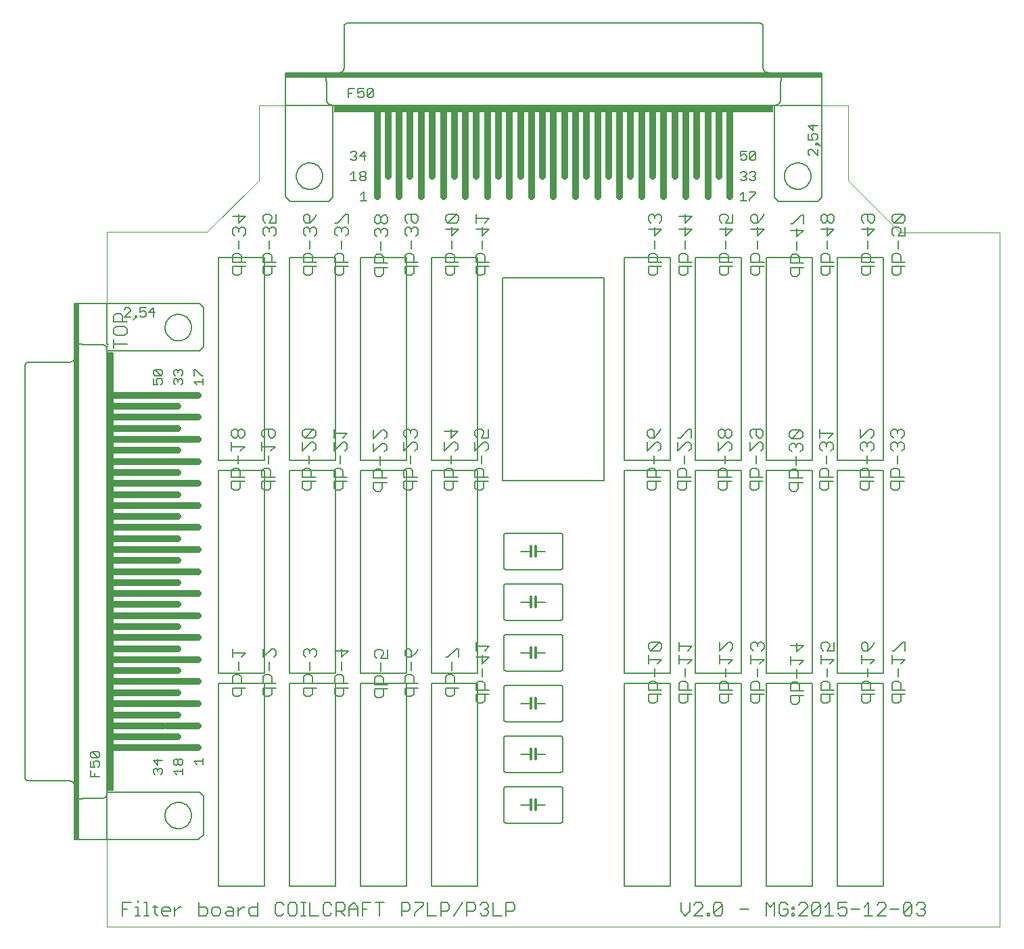
<source format=gto>
G75*
%MOIN*%
%OFA0B0*%
%FSLAX24Y24*%
%IPPOS*%
%LPD*%
%AMOC8*
5,1,8,0,0,1.08239X$1,22.5*
%
%ADD10C,0.0000*%
%ADD11C,0.0060*%
%ADD12C,0.0050*%
%ADD13C,0.0320*%
%ADD14R,2.6450X0.0200*%
%ADD15R,2.1550X0.0300*%
%ADD16R,0.0320X0.1300*%
%ADD17R,0.0320X0.2850*%
%ADD18R,0.0320X0.1850*%
%ADD19R,0.0200X2.6450*%
%ADD20R,0.0300X2.1550*%
%ADD21R,0.1300X0.0320*%
%ADD22R,0.2850X0.0320*%
%ADD23R,0.1850X0.0320*%
%ADD24C,0.0120*%
D10*
X004180Y003851D02*
X004180Y038101D01*
X009105Y038101D01*
X011655Y040651D01*
X011655Y044351D01*
X040705Y044351D01*
X040705Y040626D01*
X043255Y038076D01*
X048180Y038076D01*
X048180Y003851D01*
X004180Y003851D01*
X020980Y003851D02*
X025380Y003851D01*
X026480Y003851D02*
X030880Y003851D01*
D11*
X032460Y004594D02*
X032460Y005021D01*
X032460Y004594D02*
X032674Y004381D01*
X032887Y004594D01*
X032887Y005021D01*
X033105Y004914D02*
X033211Y005021D01*
X033425Y005021D01*
X033532Y004914D01*
X033532Y004808D01*
X033105Y004381D01*
X033532Y004381D01*
X033749Y004381D02*
X033856Y004381D01*
X033856Y004487D01*
X033749Y004487D01*
X033749Y004381D01*
X034071Y004487D02*
X034498Y004914D01*
X034498Y004487D01*
X034392Y004381D01*
X034178Y004381D01*
X034071Y004487D01*
X034071Y004914D01*
X034178Y005021D01*
X034392Y005021D01*
X034498Y004914D01*
X035360Y004701D02*
X035788Y004701D01*
X036650Y005021D02*
X036863Y004808D01*
X037077Y005021D01*
X037077Y004381D01*
X037294Y004487D02*
X037294Y004914D01*
X037401Y005021D01*
X037614Y005021D01*
X037721Y004914D01*
X037721Y004701D02*
X037508Y004701D01*
X037721Y004701D02*
X037721Y004487D01*
X037614Y004381D01*
X037401Y004381D01*
X037294Y004487D01*
X037939Y004487D02*
X037939Y004381D01*
X038045Y004381D01*
X038045Y004487D01*
X037939Y004487D01*
X037939Y004701D02*
X037939Y004808D01*
X038045Y004808D01*
X038045Y004701D01*
X037939Y004701D01*
X038261Y004914D02*
X038368Y005021D01*
X038581Y005021D01*
X038688Y004914D01*
X038688Y004808D01*
X038261Y004381D01*
X038688Y004381D01*
X038905Y004487D02*
X038905Y004914D01*
X039012Y005021D01*
X039226Y005021D01*
X039333Y004914D01*
X038905Y004487D01*
X039012Y004381D01*
X039226Y004381D01*
X039333Y004487D01*
X039333Y004914D01*
X039550Y004808D02*
X039764Y005021D01*
X039764Y004381D01*
X039977Y004381D02*
X039550Y004381D01*
X040195Y004487D02*
X040301Y004381D01*
X040515Y004381D01*
X040622Y004487D01*
X040622Y004701D01*
X040515Y004808D01*
X040408Y004808D01*
X040195Y004701D01*
X040195Y005021D01*
X040622Y005021D01*
X040839Y004701D02*
X041266Y004701D01*
X041484Y004808D02*
X041697Y005021D01*
X041697Y004381D01*
X041484Y004381D02*
X041911Y004381D01*
X042128Y004381D02*
X042555Y004808D01*
X042555Y004914D01*
X042449Y005021D01*
X042235Y005021D01*
X042128Y004914D01*
X042128Y004381D02*
X042555Y004381D01*
X042773Y004701D02*
X043200Y004701D01*
X043417Y004487D02*
X043417Y004914D01*
X043524Y005021D01*
X043738Y005021D01*
X043844Y004914D01*
X043417Y004487D01*
X043524Y004381D01*
X043738Y004381D01*
X043844Y004487D01*
X043844Y004914D01*
X044062Y004914D02*
X044169Y005021D01*
X044382Y005021D01*
X044489Y004914D01*
X044489Y004808D01*
X044382Y004701D01*
X044489Y004594D01*
X044489Y004487D01*
X044382Y004381D01*
X044169Y004381D01*
X044062Y004487D01*
X044275Y004701D02*
X044382Y004701D01*
X036650Y004381D02*
X036650Y005021D01*
X026630Y009051D02*
X026630Y010651D01*
X026628Y010668D01*
X026624Y010685D01*
X026617Y010701D01*
X026607Y010715D01*
X026594Y010728D01*
X026580Y010738D01*
X026564Y010745D01*
X026547Y010749D01*
X026530Y010751D01*
X023830Y010751D01*
X023813Y010749D01*
X023796Y010745D01*
X023780Y010738D01*
X023766Y010728D01*
X023753Y010715D01*
X023743Y010701D01*
X023736Y010685D01*
X023732Y010668D01*
X023730Y010651D01*
X023730Y009051D01*
X023732Y009034D01*
X023736Y009017D01*
X023743Y009001D01*
X023753Y008987D01*
X023766Y008974D01*
X023780Y008964D01*
X023796Y008957D01*
X023813Y008953D01*
X023830Y008951D01*
X026530Y008951D01*
X026547Y008953D01*
X026564Y008957D01*
X026580Y008964D01*
X026594Y008974D01*
X026607Y008987D01*
X026617Y009001D01*
X026624Y009017D01*
X026628Y009034D01*
X026630Y009051D01*
X025780Y009851D02*
X025310Y009851D01*
X025060Y009851D02*
X024580Y009851D01*
X023830Y011451D02*
X026530Y011451D01*
X026547Y011453D01*
X026564Y011457D01*
X026580Y011464D01*
X026594Y011474D01*
X026607Y011487D01*
X026617Y011501D01*
X026624Y011517D01*
X026628Y011534D01*
X026630Y011551D01*
X026630Y013151D01*
X026628Y013168D01*
X026624Y013185D01*
X026617Y013201D01*
X026607Y013215D01*
X026594Y013228D01*
X026580Y013238D01*
X026564Y013245D01*
X026547Y013249D01*
X026530Y013251D01*
X023830Y013251D01*
X023813Y013249D01*
X023796Y013245D01*
X023780Y013238D01*
X023766Y013228D01*
X023753Y013215D01*
X023743Y013201D01*
X023736Y013185D01*
X023732Y013168D01*
X023730Y013151D01*
X023730Y011551D01*
X023732Y011534D01*
X023736Y011517D01*
X023743Y011501D01*
X023753Y011487D01*
X023766Y011474D01*
X023780Y011464D01*
X023796Y011457D01*
X023813Y011453D01*
X023830Y011451D01*
X024580Y012351D02*
X025060Y012351D01*
X025310Y012351D02*
X025780Y012351D01*
X026530Y013951D02*
X023830Y013951D01*
X023813Y013953D01*
X023796Y013957D01*
X023780Y013964D01*
X023766Y013974D01*
X023753Y013987D01*
X023743Y014001D01*
X023736Y014017D01*
X023732Y014034D01*
X023730Y014051D01*
X023730Y015651D01*
X023732Y015668D01*
X023736Y015685D01*
X023743Y015701D01*
X023753Y015715D01*
X023766Y015728D01*
X023780Y015738D01*
X023796Y015745D01*
X023813Y015749D01*
X023830Y015751D01*
X026530Y015751D01*
X026547Y015749D01*
X026564Y015745D01*
X026580Y015738D01*
X026594Y015728D01*
X026607Y015715D01*
X026617Y015701D01*
X026624Y015685D01*
X026628Y015668D01*
X026630Y015651D01*
X026630Y014051D01*
X026628Y014034D01*
X026624Y014017D01*
X026617Y014001D01*
X026607Y013987D01*
X026594Y013974D01*
X026580Y013964D01*
X026564Y013957D01*
X026547Y013953D01*
X026530Y013951D01*
X025780Y014851D02*
X025310Y014851D01*
X025060Y014851D02*
X024580Y014851D01*
X023001Y015296D02*
X022360Y015296D01*
X022360Y014976D01*
X022467Y014869D01*
X022680Y014869D01*
X022787Y014976D01*
X022787Y015296D01*
X022787Y015514D02*
X022787Y015834D01*
X022680Y015941D01*
X022467Y015941D01*
X022360Y015834D01*
X022360Y015514D01*
X023001Y015514D01*
X022680Y016158D02*
X022680Y016585D01*
X022680Y016803D02*
X022680Y017230D01*
X022787Y017447D02*
X023001Y017661D01*
X022360Y017661D01*
X022360Y017874D02*
X022360Y017447D01*
X022360Y017123D02*
X023001Y017123D01*
X022680Y016803D01*
X023730Y016551D02*
X023730Y018151D01*
X023732Y018168D01*
X023736Y018185D01*
X023743Y018201D01*
X023753Y018215D01*
X023766Y018228D01*
X023780Y018238D01*
X023796Y018245D01*
X023813Y018249D01*
X023830Y018251D01*
X026530Y018251D01*
X026547Y018249D01*
X026564Y018245D01*
X026580Y018238D01*
X026594Y018228D01*
X026607Y018215D01*
X026617Y018201D01*
X026624Y018185D01*
X026628Y018168D01*
X026630Y018151D01*
X026630Y016551D01*
X026628Y016534D01*
X026624Y016517D01*
X026617Y016501D01*
X026607Y016487D01*
X026594Y016474D01*
X026580Y016464D01*
X026564Y016457D01*
X026547Y016453D01*
X026530Y016451D01*
X023830Y016451D01*
X023813Y016453D01*
X023796Y016457D01*
X023780Y016464D01*
X023766Y016474D01*
X023753Y016487D01*
X023743Y016501D01*
X023736Y016517D01*
X023732Y016534D01*
X023730Y016551D01*
X024580Y017351D02*
X025060Y017351D01*
X025310Y017351D02*
X025780Y017351D01*
X026530Y018951D02*
X023830Y018951D01*
X023813Y018953D01*
X023796Y018957D01*
X023780Y018964D01*
X023766Y018974D01*
X023753Y018987D01*
X023743Y019001D01*
X023736Y019017D01*
X023732Y019034D01*
X023730Y019051D01*
X023730Y020651D01*
X023732Y020668D01*
X023736Y020685D01*
X023743Y020701D01*
X023753Y020715D01*
X023766Y020728D01*
X023780Y020738D01*
X023796Y020745D01*
X023813Y020749D01*
X023830Y020751D01*
X026530Y020751D01*
X026547Y020749D01*
X026564Y020745D01*
X026580Y020738D01*
X026594Y020728D01*
X026607Y020715D01*
X026617Y020701D01*
X026624Y020685D01*
X026628Y020668D01*
X026630Y020651D01*
X026630Y019051D01*
X026628Y019034D01*
X026624Y019017D01*
X026617Y019001D01*
X026607Y018987D01*
X026594Y018974D01*
X026580Y018964D01*
X026564Y018957D01*
X026547Y018953D01*
X026530Y018951D01*
X025780Y019851D02*
X025310Y019851D01*
X025060Y019851D02*
X024580Y019851D01*
X023830Y021451D02*
X026530Y021451D01*
X026547Y021453D01*
X026564Y021457D01*
X026580Y021464D01*
X026594Y021474D01*
X026607Y021487D01*
X026617Y021501D01*
X026624Y021517D01*
X026628Y021534D01*
X026630Y021551D01*
X026630Y023151D01*
X026628Y023168D01*
X026624Y023185D01*
X026617Y023201D01*
X026607Y023215D01*
X026594Y023228D01*
X026580Y023238D01*
X026564Y023245D01*
X026547Y023249D01*
X026530Y023251D01*
X023830Y023251D01*
X023813Y023249D01*
X023796Y023245D01*
X023780Y023238D01*
X023766Y023228D01*
X023753Y023215D01*
X023743Y023201D01*
X023736Y023185D01*
X023732Y023168D01*
X023730Y023151D01*
X023730Y021551D01*
X023732Y021534D01*
X023736Y021517D01*
X023743Y021501D01*
X023753Y021487D01*
X023766Y021474D01*
X023780Y021464D01*
X023796Y021457D01*
X023813Y021453D01*
X023830Y021451D01*
X024580Y022351D02*
X025060Y022351D01*
X025310Y022351D02*
X025780Y022351D01*
X022737Y025476D02*
X022737Y025796D01*
X022951Y025796D02*
X022310Y025796D01*
X022310Y025476D01*
X022417Y025369D01*
X022630Y025369D01*
X022737Y025476D01*
X022737Y026014D02*
X022737Y026334D01*
X022630Y026441D01*
X022417Y026441D01*
X022310Y026334D01*
X022310Y026014D01*
X022951Y026014D01*
X022630Y026658D02*
X022630Y027085D01*
X022844Y027303D02*
X022951Y027410D01*
X022951Y027623D01*
X022844Y027730D01*
X022737Y027730D01*
X022310Y027303D01*
X022310Y027730D01*
X022417Y027947D02*
X022310Y028054D01*
X022310Y028268D01*
X022417Y028374D01*
X022630Y028374D01*
X022737Y028268D01*
X022737Y028161D01*
X022630Y027947D01*
X022951Y027947D01*
X022951Y028374D01*
X021451Y028268D02*
X021130Y027947D01*
X021130Y028374D01*
X020810Y028268D02*
X021451Y028268D01*
X021344Y027730D02*
X021451Y027623D01*
X021451Y027410D01*
X021344Y027303D01*
X021130Y027085D02*
X021130Y026658D01*
X021130Y026441D02*
X021237Y026334D01*
X021237Y026014D01*
X021451Y026014D02*
X020810Y026014D01*
X020810Y026334D01*
X020917Y026441D01*
X021130Y026441D01*
X021237Y025796D02*
X021237Y025476D01*
X021130Y025369D01*
X020917Y025369D01*
X020810Y025476D01*
X020810Y025796D01*
X021451Y025796D01*
X020810Y027303D02*
X021237Y027730D01*
X021344Y027730D01*
X020810Y027730D02*
X020810Y027303D01*
X019451Y027410D02*
X019344Y027303D01*
X019451Y027410D02*
X019451Y027623D01*
X019344Y027730D01*
X019237Y027730D01*
X018810Y027303D01*
X018810Y027730D01*
X018917Y027947D02*
X018810Y028054D01*
X018810Y028268D01*
X018917Y028374D01*
X019024Y028374D01*
X019130Y028268D01*
X019130Y028161D01*
X019130Y028268D02*
X019237Y028374D01*
X019344Y028374D01*
X019451Y028268D01*
X019451Y028054D01*
X019344Y027947D01*
X019130Y027085D02*
X019130Y026658D01*
X019130Y026441D02*
X019237Y026334D01*
X019237Y026014D01*
X019451Y026014D02*
X018810Y026014D01*
X018810Y026334D01*
X018917Y026441D01*
X019130Y026441D01*
X019237Y025796D02*
X019237Y025476D01*
X019130Y025369D01*
X018917Y025369D01*
X018810Y025476D01*
X018810Y025796D01*
X019451Y025796D01*
X017951Y025746D02*
X017310Y025746D01*
X017310Y025426D01*
X017417Y025319D01*
X017630Y025319D01*
X017737Y025426D01*
X017737Y025746D01*
X017737Y025964D02*
X017737Y026284D01*
X017630Y026391D01*
X017417Y026391D01*
X017310Y026284D01*
X017310Y025964D01*
X017951Y025964D01*
X017630Y026608D02*
X017630Y027035D01*
X017844Y027253D02*
X017951Y027360D01*
X017951Y027573D01*
X017844Y027680D01*
X017737Y027680D01*
X017310Y027253D01*
X017310Y027680D01*
X017310Y027897D02*
X017737Y028324D01*
X017844Y028324D01*
X017951Y028218D01*
X017951Y028004D01*
X017844Y027897D01*
X017310Y027897D02*
X017310Y028324D01*
X016001Y028161D02*
X015787Y027947D01*
X015787Y027730D02*
X015894Y027730D01*
X016001Y027623D01*
X016001Y027410D01*
X015894Y027303D01*
X015680Y027085D02*
X015680Y026658D01*
X015680Y026441D02*
X015787Y026334D01*
X015787Y026014D01*
X016001Y026014D02*
X015360Y026014D01*
X015360Y026334D01*
X015467Y026441D01*
X015680Y026441D01*
X015787Y025796D02*
X015787Y025476D01*
X015680Y025369D01*
X015467Y025369D01*
X015360Y025476D01*
X015360Y025796D01*
X016001Y025796D01*
X014451Y025796D02*
X013810Y025796D01*
X013810Y025476D01*
X013917Y025369D01*
X014130Y025369D01*
X014237Y025476D01*
X014237Y025796D01*
X014237Y026014D02*
X014237Y026334D01*
X014130Y026441D01*
X013917Y026441D01*
X013810Y026334D01*
X013810Y026014D01*
X014451Y026014D01*
X014130Y026658D02*
X014130Y027085D01*
X014344Y027303D02*
X014451Y027410D01*
X014451Y027623D01*
X014344Y027730D01*
X014237Y027730D01*
X013810Y027303D01*
X013810Y027730D01*
X013917Y027947D02*
X014344Y028374D01*
X013917Y028374D01*
X013810Y028268D01*
X013810Y028054D01*
X013917Y027947D01*
X014344Y027947D01*
X014451Y028054D01*
X014451Y028268D01*
X014344Y028374D01*
X015360Y028374D02*
X015360Y027947D01*
X015360Y028161D02*
X016001Y028161D01*
X015787Y027730D02*
X015360Y027303D01*
X015360Y027730D01*
X012451Y027516D02*
X011810Y027516D01*
X011810Y027303D02*
X011810Y027730D01*
X011917Y027947D02*
X011810Y028054D01*
X011810Y028268D01*
X011917Y028374D01*
X012344Y028374D01*
X012451Y028268D01*
X012451Y028054D01*
X012344Y027947D01*
X012237Y027947D01*
X012130Y028054D01*
X012130Y028374D01*
X012451Y027516D02*
X012237Y027303D01*
X012130Y027085D02*
X012130Y026658D01*
X012130Y026441D02*
X012237Y026334D01*
X012237Y026014D01*
X012451Y026014D02*
X011810Y026014D01*
X011810Y026334D01*
X011917Y026441D01*
X012130Y026441D01*
X012237Y025796D02*
X012237Y025476D01*
X012130Y025369D01*
X011917Y025369D01*
X011810Y025476D01*
X011810Y025796D01*
X012451Y025796D01*
X010951Y025796D02*
X010310Y025796D01*
X010310Y025476D01*
X010417Y025369D01*
X010630Y025369D01*
X010737Y025476D01*
X010737Y025796D01*
X010737Y026014D02*
X010737Y026334D01*
X010630Y026441D01*
X010417Y026441D01*
X010310Y026334D01*
X010310Y026014D01*
X010951Y026014D01*
X010630Y026658D02*
X010630Y027085D01*
X010737Y027303D02*
X010951Y027516D01*
X010310Y027516D01*
X010310Y027303D02*
X010310Y027730D01*
X010417Y027947D02*
X010524Y027947D01*
X010630Y028054D01*
X010630Y028268D01*
X010524Y028374D01*
X010417Y028374D01*
X010310Y028268D01*
X010310Y028054D01*
X010417Y027947D01*
X010630Y028054D02*
X010737Y027947D01*
X010844Y027947D01*
X010951Y028054D01*
X010951Y028268D01*
X010844Y028374D01*
X010737Y028374D01*
X010630Y028268D01*
X008730Y032231D02*
X008930Y032431D01*
X008930Y034381D01*
X008730Y034581D01*
X004230Y034581D01*
X004180Y034581D01*
X004180Y032581D01*
X004230Y032581D01*
X004509Y032577D02*
X005150Y032577D01*
X005043Y033008D02*
X004616Y033008D01*
X004509Y033115D01*
X004509Y033329D01*
X004616Y033435D01*
X005043Y033435D01*
X005150Y033329D01*
X005150Y033115D01*
X005043Y033008D01*
X004509Y032791D02*
X004509Y032364D01*
X004480Y032131D02*
X004180Y032131D01*
X004180Y032231D01*
X008730Y032231D01*
X007030Y033381D02*
X007032Y033431D01*
X007038Y033481D01*
X007048Y033531D01*
X007061Y033579D01*
X007078Y033627D01*
X007099Y033673D01*
X007123Y033717D01*
X007151Y033759D01*
X007182Y033799D01*
X007216Y033836D01*
X007253Y033871D01*
X007292Y033902D01*
X007333Y033931D01*
X007377Y033956D01*
X007423Y033978D01*
X007470Y033996D01*
X007518Y034010D01*
X007567Y034021D01*
X007617Y034028D01*
X007667Y034031D01*
X007718Y034030D01*
X007768Y034025D01*
X007818Y034016D01*
X007866Y034004D01*
X007914Y033987D01*
X007960Y033967D01*
X008005Y033944D01*
X008048Y033917D01*
X008088Y033887D01*
X008126Y033854D01*
X008161Y033818D01*
X008194Y033779D01*
X008223Y033738D01*
X008249Y033695D01*
X008272Y033650D01*
X008291Y033603D01*
X008306Y033555D01*
X008318Y033506D01*
X008326Y033456D01*
X008330Y033406D01*
X008330Y033356D01*
X008326Y033306D01*
X008318Y033256D01*
X008306Y033207D01*
X008291Y033159D01*
X008272Y033112D01*
X008249Y033067D01*
X008223Y033024D01*
X008194Y032983D01*
X008161Y032944D01*
X008126Y032908D01*
X008088Y032875D01*
X008048Y032845D01*
X008005Y032818D01*
X007960Y032795D01*
X007914Y032775D01*
X007866Y032758D01*
X007818Y032746D01*
X007768Y032737D01*
X007718Y032732D01*
X007667Y032731D01*
X007617Y032734D01*
X007567Y032741D01*
X007518Y032752D01*
X007470Y032766D01*
X007423Y032784D01*
X007377Y032806D01*
X007333Y032831D01*
X007292Y032860D01*
X007253Y032891D01*
X007216Y032926D01*
X007182Y032963D01*
X007151Y033003D01*
X007123Y033045D01*
X007099Y033089D01*
X007078Y033135D01*
X007061Y033183D01*
X007048Y033231D01*
X007038Y033281D01*
X007032Y033331D01*
X007030Y033381D01*
X005150Y033653D02*
X004509Y033653D01*
X004509Y033973D01*
X004616Y034080D01*
X004830Y034080D01*
X004936Y033973D01*
X004936Y033653D01*
X004180Y034581D02*
X002980Y034581D01*
X002780Y034581D01*
X002780Y033581D01*
X002780Y032581D01*
X002980Y032581D01*
X002980Y032531D01*
X003930Y032531D01*
X003960Y032529D01*
X003990Y032524D01*
X004019Y032515D01*
X004046Y032502D01*
X004072Y032487D01*
X004096Y032468D01*
X004117Y032447D01*
X004136Y032423D01*
X004151Y032397D01*
X004164Y032370D01*
X004173Y032341D01*
X004178Y032311D01*
X004180Y032281D01*
X004180Y032131D02*
X004180Y010571D01*
X004480Y010571D01*
X004480Y032131D01*
X002780Y032581D02*
X002780Y010121D01*
X002980Y010121D01*
X002980Y010171D01*
X003930Y010171D01*
X003960Y010173D01*
X003990Y010178D01*
X004019Y010187D01*
X004046Y010200D01*
X004072Y010215D01*
X004096Y010234D01*
X004117Y010255D01*
X004136Y010279D01*
X004151Y010305D01*
X004164Y010332D01*
X004173Y010361D01*
X004178Y010391D01*
X004180Y010421D01*
X004180Y010471D02*
X008730Y010471D01*
X008930Y010271D01*
X008930Y008371D01*
X008680Y008121D01*
X004230Y008121D01*
X004180Y008121D01*
X002980Y008121D01*
X002780Y008121D01*
X002780Y009121D01*
X002780Y010121D01*
X002580Y010771D02*
X002578Y010801D01*
X002573Y010831D01*
X002564Y010860D01*
X002551Y010887D01*
X002536Y010913D01*
X002517Y010937D01*
X002496Y010958D01*
X002472Y010977D01*
X002446Y010992D01*
X002419Y011005D01*
X002390Y011014D01*
X002360Y011019D01*
X002330Y011021D01*
X000330Y011021D01*
X000304Y011023D01*
X000278Y011028D01*
X000253Y011036D01*
X000230Y011048D01*
X000208Y011062D01*
X000189Y011080D01*
X000171Y011099D01*
X000157Y011121D01*
X000145Y011144D01*
X000137Y011169D01*
X000132Y011195D01*
X000130Y011221D01*
X000130Y011321D01*
X000130Y031381D01*
X000130Y031481D01*
X000132Y031507D01*
X000137Y031533D01*
X000145Y031558D01*
X000157Y031581D01*
X000171Y031603D01*
X000189Y031622D01*
X000208Y031640D01*
X000230Y031654D01*
X000253Y031666D01*
X000278Y031674D01*
X000304Y031679D01*
X000330Y031681D01*
X002330Y031681D01*
X002360Y031683D01*
X002390Y031688D01*
X002419Y031697D01*
X002446Y031710D01*
X002472Y031725D01*
X002496Y031744D01*
X002517Y031765D01*
X002536Y031789D01*
X002551Y031815D01*
X002564Y031842D01*
X002573Y031871D01*
X002578Y031901D01*
X002580Y031931D01*
X002580Y031531D02*
X002580Y034581D01*
X002780Y034581D01*
X002580Y031531D02*
X002580Y011171D01*
X002580Y008121D01*
X002780Y008121D01*
X004180Y008121D02*
X004180Y010121D01*
X004180Y010471D01*
X004180Y010571D01*
X007030Y009321D02*
X007032Y009371D01*
X007038Y009421D01*
X007048Y009471D01*
X007061Y009519D01*
X007078Y009567D01*
X007099Y009613D01*
X007123Y009657D01*
X007151Y009699D01*
X007182Y009739D01*
X007216Y009776D01*
X007253Y009811D01*
X007292Y009842D01*
X007333Y009871D01*
X007377Y009896D01*
X007423Y009918D01*
X007470Y009936D01*
X007518Y009950D01*
X007567Y009961D01*
X007617Y009968D01*
X007667Y009971D01*
X007718Y009970D01*
X007768Y009965D01*
X007818Y009956D01*
X007866Y009944D01*
X007914Y009927D01*
X007960Y009907D01*
X008005Y009884D01*
X008048Y009857D01*
X008088Y009827D01*
X008126Y009794D01*
X008161Y009758D01*
X008194Y009719D01*
X008223Y009678D01*
X008249Y009635D01*
X008272Y009590D01*
X008291Y009543D01*
X008306Y009495D01*
X008318Y009446D01*
X008326Y009396D01*
X008330Y009346D01*
X008330Y009296D01*
X008326Y009246D01*
X008318Y009196D01*
X008306Y009147D01*
X008291Y009099D01*
X008272Y009052D01*
X008249Y009007D01*
X008223Y008964D01*
X008194Y008923D01*
X008161Y008884D01*
X008126Y008848D01*
X008088Y008815D01*
X008048Y008785D01*
X008005Y008758D01*
X007960Y008735D01*
X007914Y008715D01*
X007866Y008698D01*
X007818Y008686D01*
X007768Y008677D01*
X007718Y008672D01*
X007667Y008671D01*
X007617Y008674D01*
X007567Y008681D01*
X007518Y008692D01*
X007470Y008706D01*
X007423Y008724D01*
X007377Y008746D01*
X007333Y008771D01*
X007292Y008800D01*
X007253Y008831D01*
X007216Y008866D01*
X007182Y008903D01*
X007151Y008943D01*
X007123Y008985D01*
X007099Y009029D01*
X007078Y009075D01*
X007061Y009123D01*
X007048Y009171D01*
X007038Y009221D01*
X007032Y009271D01*
X007030Y009321D01*
X006116Y005021D02*
X006116Y004381D01*
X006009Y004381D02*
X006223Y004381D01*
X006546Y004487D02*
X006546Y004914D01*
X006652Y004808D02*
X006439Y004808D01*
X006546Y004487D02*
X006652Y004381D01*
X006869Y004487D02*
X006869Y004701D01*
X006975Y004808D01*
X007189Y004808D01*
X007296Y004701D01*
X007296Y004594D01*
X006869Y004594D01*
X006869Y004487D02*
X006975Y004381D01*
X007189Y004381D01*
X007513Y004381D02*
X007513Y004808D01*
X007727Y004808D02*
X007833Y004808D01*
X007727Y004808D02*
X007513Y004594D01*
X008695Y004381D02*
X009015Y004381D01*
X009122Y004487D01*
X009122Y004701D01*
X009015Y004808D01*
X008695Y004808D01*
X008695Y005021D02*
X008695Y004381D01*
X009339Y004487D02*
X009446Y004381D01*
X009660Y004381D01*
X009766Y004487D01*
X009766Y004701D01*
X009660Y004808D01*
X009446Y004808D01*
X009339Y004701D01*
X009339Y004487D01*
X009984Y004487D02*
X010091Y004594D01*
X010411Y004594D01*
X010411Y004701D02*
X010411Y004381D01*
X010091Y004381D01*
X009984Y004487D01*
X010091Y004808D02*
X010304Y004808D01*
X010411Y004701D01*
X010629Y004808D02*
X010629Y004381D01*
X010629Y004594D02*
X010842Y004808D01*
X010949Y004808D01*
X011166Y004701D02*
X011272Y004808D01*
X011593Y004808D01*
X011593Y005021D02*
X011593Y004381D01*
X011272Y004381D01*
X011166Y004487D01*
X011166Y004701D01*
X012455Y004914D02*
X012455Y004487D01*
X012562Y004381D01*
X012775Y004381D01*
X012882Y004487D01*
X013099Y004487D02*
X013099Y004914D01*
X013206Y005021D01*
X013420Y005021D01*
X013526Y004914D01*
X013526Y004487D01*
X013420Y004381D01*
X013206Y004381D01*
X013099Y004487D01*
X012882Y004914D02*
X012775Y005021D01*
X012562Y005021D01*
X012455Y004914D01*
X013744Y005021D02*
X013957Y005021D01*
X013851Y005021D02*
X013851Y004381D01*
X013957Y004381D02*
X013744Y004381D01*
X014174Y004381D02*
X014174Y005021D01*
X014174Y004381D02*
X014601Y004381D01*
X014818Y004487D02*
X014818Y004914D01*
X014925Y005021D01*
X015138Y005021D01*
X015245Y004914D01*
X015463Y005021D02*
X015783Y005021D01*
X015890Y004914D01*
X015890Y004701D01*
X015783Y004594D01*
X015463Y004594D01*
X015676Y004594D02*
X015890Y004381D01*
X016107Y004381D02*
X016107Y004808D01*
X016321Y005021D01*
X016534Y004808D01*
X016534Y004381D01*
X016752Y004381D02*
X016752Y005021D01*
X017179Y005021D01*
X017396Y005021D02*
X017823Y005021D01*
X017610Y005021D02*
X017610Y004381D01*
X016965Y004701D02*
X016752Y004701D01*
X016534Y004701D02*
X016107Y004701D01*
X015463Y004381D02*
X015463Y005021D01*
X015245Y004487D02*
X015138Y004381D01*
X014925Y004381D01*
X014818Y004487D01*
X018685Y004381D02*
X018685Y005021D01*
X019006Y005021D01*
X019112Y004914D01*
X019112Y004701D01*
X019006Y004594D01*
X018685Y004594D01*
X019330Y004487D02*
X019330Y004381D01*
X019330Y004487D02*
X019757Y004914D01*
X019757Y005021D01*
X019330Y005021D01*
X019974Y005021D02*
X019974Y004381D01*
X020402Y004381D01*
X020619Y004381D02*
X020619Y005021D01*
X020939Y005021D01*
X021046Y004914D01*
X021046Y004701D01*
X020939Y004594D01*
X020619Y004594D01*
X021264Y004381D02*
X021691Y005021D01*
X021908Y005021D02*
X022228Y005021D01*
X022335Y004914D01*
X022335Y004701D01*
X022228Y004594D01*
X021908Y004594D01*
X021908Y004381D02*
X021908Y005021D01*
X022553Y004914D02*
X022659Y005021D01*
X022873Y005021D01*
X022980Y004914D01*
X022980Y004808D01*
X022873Y004701D01*
X022980Y004594D01*
X022980Y004487D01*
X022873Y004381D01*
X022659Y004381D01*
X022553Y004487D01*
X022766Y004701D02*
X022873Y004701D01*
X023197Y005021D02*
X023197Y004381D01*
X023624Y004381D01*
X023842Y004381D02*
X023842Y005021D01*
X024162Y005021D01*
X024269Y004914D01*
X024269Y004701D01*
X024162Y004594D01*
X023842Y004594D01*
X030967Y014869D02*
X030860Y014976D01*
X030860Y015296D01*
X031501Y015296D01*
X031287Y015296D02*
X031287Y014976D01*
X031180Y014869D01*
X030967Y014869D01*
X030860Y015514D02*
X030860Y015834D01*
X030967Y015941D01*
X031180Y015941D01*
X031287Y015834D01*
X031287Y015514D01*
X031501Y015514D02*
X030860Y015514D01*
X031180Y016158D02*
X031180Y016585D01*
X031287Y016803D02*
X031501Y017016D01*
X030860Y017016D01*
X030860Y016803D02*
X030860Y017230D01*
X030967Y017447D02*
X030860Y017554D01*
X030860Y017768D01*
X030967Y017874D01*
X031394Y017874D01*
X030967Y017447D01*
X031394Y017447D01*
X031501Y017554D01*
X031501Y017768D01*
X031394Y017874D01*
X032360Y017874D02*
X032360Y017447D01*
X032360Y017661D02*
X033001Y017661D01*
X032787Y017447D01*
X032360Y017230D02*
X032360Y016803D01*
X032360Y017016D02*
X033001Y017016D01*
X032787Y016803D01*
X032680Y016585D02*
X032680Y016158D01*
X032680Y015941D02*
X032787Y015834D01*
X032787Y015514D01*
X033001Y015514D02*
X032360Y015514D01*
X032360Y015834D01*
X032467Y015941D01*
X032680Y015941D01*
X032787Y015296D02*
X032787Y014976D01*
X032680Y014869D01*
X032467Y014869D01*
X032360Y014976D01*
X032360Y015296D01*
X033001Y015296D01*
X034360Y015296D02*
X034360Y014976D01*
X034467Y014869D01*
X034680Y014869D01*
X034787Y014976D01*
X034787Y015296D01*
X035001Y015296D02*
X034360Y015296D01*
X034360Y015514D02*
X034360Y015834D01*
X034467Y015941D01*
X034680Y015941D01*
X034787Y015834D01*
X034787Y015514D01*
X035001Y015514D02*
X034360Y015514D01*
X034680Y016158D02*
X034680Y016585D01*
X034787Y016803D02*
X035001Y017016D01*
X034360Y017016D01*
X034360Y016803D02*
X034360Y017230D01*
X034360Y017447D02*
X034787Y017874D01*
X034894Y017874D01*
X035001Y017768D01*
X035001Y017554D01*
X034894Y017447D01*
X034360Y017447D02*
X034360Y017874D01*
X035910Y017768D02*
X035910Y017554D01*
X036017Y017447D01*
X035910Y017230D02*
X035910Y016803D01*
X035910Y017016D02*
X036551Y017016D01*
X036337Y016803D01*
X036230Y016585D02*
X036230Y016158D01*
X036230Y015941D02*
X036017Y015941D01*
X035910Y015834D01*
X035910Y015514D01*
X036551Y015514D01*
X036337Y015514D02*
X036337Y015834D01*
X036230Y015941D01*
X036337Y015296D02*
X036337Y014976D01*
X036230Y014869D01*
X036017Y014869D01*
X035910Y014976D01*
X035910Y015296D01*
X036551Y015296D01*
X037860Y015246D02*
X037860Y014926D01*
X037967Y014819D01*
X038180Y014819D01*
X038287Y014926D01*
X038287Y015246D01*
X038501Y015246D02*
X037860Y015246D01*
X037860Y015464D02*
X037860Y015784D01*
X037967Y015891D01*
X038180Y015891D01*
X038287Y015784D01*
X038287Y015464D01*
X038501Y015464D02*
X037860Y015464D01*
X038180Y016108D02*
X038180Y016535D01*
X038287Y016753D02*
X038501Y016966D01*
X037860Y016966D01*
X037860Y016753D02*
X037860Y017180D01*
X038180Y017397D02*
X038180Y017824D01*
X037860Y017718D02*
X038501Y017718D01*
X038180Y017397D01*
X039360Y017554D02*
X039467Y017447D01*
X039360Y017554D02*
X039360Y017768D01*
X039467Y017874D01*
X039680Y017874D01*
X039787Y017768D01*
X039787Y017661D01*
X039680Y017447D01*
X040001Y017447D01*
X040001Y017874D01*
X040001Y017016D02*
X039360Y017016D01*
X039360Y016803D02*
X039360Y017230D01*
X039787Y016803D02*
X040001Y017016D01*
X039680Y016585D02*
X039680Y016158D01*
X039680Y015941D02*
X039787Y015834D01*
X039787Y015514D01*
X040001Y015514D02*
X039360Y015514D01*
X039360Y015834D01*
X039467Y015941D01*
X039680Y015941D01*
X039787Y015296D02*
X039787Y014976D01*
X039680Y014869D01*
X039467Y014869D01*
X039360Y014976D01*
X039360Y015296D01*
X040001Y015296D01*
X041360Y015296D02*
X041360Y014976D01*
X041467Y014869D01*
X041680Y014869D01*
X041787Y014976D01*
X041787Y015296D01*
X042001Y015296D02*
X041360Y015296D01*
X041360Y015514D02*
X041360Y015834D01*
X041467Y015941D01*
X041680Y015941D01*
X041787Y015834D01*
X041787Y015514D01*
X042001Y015514D02*
X041360Y015514D01*
X041680Y016158D02*
X041680Y016585D01*
X041787Y016803D02*
X042001Y017016D01*
X041360Y017016D01*
X041360Y016803D02*
X041360Y017230D01*
X041467Y017447D02*
X041360Y017554D01*
X041360Y017768D01*
X041467Y017874D01*
X041574Y017874D01*
X041680Y017768D01*
X041680Y017447D01*
X041467Y017447D01*
X041680Y017447D02*
X041894Y017661D01*
X042001Y017874D01*
X042860Y017447D02*
X042967Y017447D01*
X043394Y017874D01*
X043501Y017874D01*
X043501Y017447D01*
X043501Y017016D02*
X042860Y017016D01*
X042860Y016803D02*
X042860Y017230D01*
X043287Y016803D02*
X043501Y017016D01*
X043180Y016585D02*
X043180Y016158D01*
X043180Y015941D02*
X043287Y015834D01*
X043287Y015514D01*
X043501Y015514D02*
X042860Y015514D01*
X042860Y015834D01*
X042967Y015941D01*
X043180Y015941D01*
X043287Y015296D02*
X043287Y014976D01*
X043180Y014869D01*
X042967Y014869D01*
X042860Y014976D01*
X042860Y015296D01*
X043501Y015296D01*
X036551Y017554D02*
X036444Y017447D01*
X036551Y017554D02*
X036551Y017768D01*
X036444Y017874D01*
X036337Y017874D01*
X036230Y017768D01*
X036124Y017874D01*
X036017Y017874D01*
X035910Y017768D01*
X036230Y017768D02*
X036230Y017661D01*
X036180Y025369D02*
X035967Y025369D01*
X035860Y025476D01*
X035860Y025796D01*
X036501Y025796D01*
X036287Y025796D02*
X036287Y025476D01*
X036180Y025369D01*
X036287Y026014D02*
X036287Y026334D01*
X036180Y026441D01*
X035967Y026441D01*
X035860Y026334D01*
X035860Y026014D01*
X036501Y026014D01*
X036180Y026658D02*
X036180Y027085D01*
X036394Y027303D02*
X036501Y027410D01*
X036501Y027623D01*
X036394Y027730D01*
X036287Y027730D01*
X035860Y027303D01*
X035860Y027730D01*
X035967Y027947D02*
X035860Y028054D01*
X035860Y028268D01*
X035967Y028374D01*
X036394Y028374D01*
X036501Y028268D01*
X036501Y028054D01*
X036394Y027947D01*
X036287Y027947D01*
X036180Y028054D01*
X036180Y028374D01*
X034951Y028268D02*
X034951Y028054D01*
X034844Y027947D01*
X034737Y027947D01*
X034630Y028054D01*
X034630Y028268D01*
X034524Y028374D01*
X034417Y028374D01*
X034310Y028268D01*
X034310Y028054D01*
X034417Y027947D01*
X034524Y027947D01*
X034630Y028054D01*
X034630Y028268D02*
X034737Y028374D01*
X034844Y028374D01*
X034951Y028268D01*
X034844Y027730D02*
X034951Y027623D01*
X034951Y027410D01*
X034844Y027303D01*
X034630Y027085D02*
X034630Y026658D01*
X034630Y026441D02*
X034737Y026334D01*
X034737Y026014D01*
X034951Y026014D02*
X034310Y026014D01*
X034310Y026334D01*
X034417Y026441D01*
X034630Y026441D01*
X034737Y025796D02*
X034737Y025476D01*
X034630Y025369D01*
X034417Y025369D01*
X034310Y025476D01*
X034310Y025796D01*
X034951Y025796D01*
X034310Y027303D02*
X034737Y027730D01*
X034844Y027730D01*
X034310Y027730D02*
X034310Y027303D01*
X032951Y027410D02*
X032844Y027303D01*
X032951Y027410D02*
X032951Y027623D01*
X032844Y027730D01*
X032737Y027730D01*
X032310Y027303D01*
X032310Y027730D01*
X032310Y027947D02*
X032417Y027947D01*
X032844Y028374D01*
X032951Y028374D01*
X032951Y027947D01*
X032630Y027085D02*
X032630Y026658D01*
X032630Y026441D02*
X032737Y026334D01*
X032737Y026014D01*
X032951Y026014D02*
X032310Y026014D01*
X032310Y026334D01*
X032417Y026441D01*
X032630Y026441D01*
X032737Y025796D02*
X032737Y025476D01*
X032630Y025369D01*
X032417Y025369D01*
X032310Y025476D01*
X032310Y025796D01*
X032951Y025796D01*
X031451Y025796D02*
X030810Y025796D01*
X030810Y025476D01*
X030917Y025369D01*
X031130Y025369D01*
X031237Y025476D01*
X031237Y025796D01*
X031237Y026014D02*
X031237Y026334D01*
X031130Y026441D01*
X030917Y026441D01*
X030810Y026334D01*
X030810Y026014D01*
X031451Y026014D01*
X031130Y026658D02*
X031130Y027085D01*
X031344Y027303D02*
X031451Y027410D01*
X031451Y027623D01*
X031344Y027730D01*
X031237Y027730D01*
X030810Y027303D01*
X030810Y027730D01*
X030917Y027947D02*
X030810Y028054D01*
X030810Y028268D01*
X030917Y028374D01*
X031024Y028374D01*
X031130Y028268D01*
X031130Y027947D01*
X030917Y027947D01*
X031130Y027947D02*
X031344Y028161D01*
X031451Y028374D01*
X037810Y028218D02*
X037810Y028004D01*
X037917Y027897D01*
X038344Y028324D01*
X037917Y028324D01*
X037810Y028218D01*
X037917Y027897D02*
X038344Y027897D01*
X038451Y028004D01*
X038451Y028218D01*
X038344Y028324D01*
X038344Y027680D02*
X038237Y027680D01*
X038130Y027573D01*
X038024Y027680D01*
X037917Y027680D01*
X037810Y027573D01*
X037810Y027360D01*
X037917Y027253D01*
X038130Y027466D02*
X038130Y027573D01*
X038344Y027680D02*
X038451Y027573D01*
X038451Y027360D01*
X038344Y027253D01*
X038130Y027035D02*
X038130Y026608D01*
X038130Y026391D02*
X038237Y026284D01*
X038237Y025964D01*
X038451Y025964D02*
X037810Y025964D01*
X037810Y026284D01*
X037917Y026391D01*
X038130Y026391D01*
X038237Y025746D02*
X038237Y025426D01*
X038130Y025319D01*
X037917Y025319D01*
X037810Y025426D01*
X037810Y025746D01*
X038451Y025746D01*
X039310Y025796D02*
X039310Y025476D01*
X039417Y025369D01*
X039630Y025369D01*
X039737Y025476D01*
X039737Y025796D01*
X039951Y025796D02*
X039310Y025796D01*
X039310Y026014D02*
X039310Y026334D01*
X039417Y026441D01*
X039630Y026441D01*
X039737Y026334D01*
X039737Y026014D01*
X039951Y026014D02*
X039310Y026014D01*
X039630Y026658D02*
X039630Y027085D01*
X039417Y027303D02*
X039310Y027410D01*
X039310Y027623D01*
X039417Y027730D01*
X039524Y027730D01*
X039630Y027623D01*
X039630Y027516D01*
X039630Y027623D02*
X039737Y027730D01*
X039844Y027730D01*
X039951Y027623D01*
X039951Y027410D01*
X039844Y027303D01*
X039737Y027947D02*
X039951Y028161D01*
X039310Y028161D01*
X039310Y028374D02*
X039310Y027947D01*
X041310Y027947D02*
X041737Y028374D01*
X041844Y028374D01*
X041951Y028268D01*
X041951Y028054D01*
X041844Y027947D01*
X041844Y027730D02*
X041737Y027730D01*
X041630Y027623D01*
X041524Y027730D01*
X041417Y027730D01*
X041310Y027623D01*
X041310Y027410D01*
X041417Y027303D01*
X041630Y027516D02*
X041630Y027623D01*
X041844Y027730D02*
X041951Y027623D01*
X041951Y027410D01*
X041844Y027303D01*
X041630Y027085D02*
X041630Y026658D01*
X041630Y026441D02*
X041737Y026334D01*
X041737Y026014D01*
X041951Y026014D02*
X041310Y026014D01*
X041310Y026334D01*
X041417Y026441D01*
X041630Y026441D01*
X041737Y025796D02*
X041737Y025476D01*
X041630Y025369D01*
X041417Y025369D01*
X041310Y025476D01*
X041310Y025796D01*
X041951Y025796D01*
X042810Y025796D02*
X042810Y025476D01*
X042917Y025369D01*
X043130Y025369D01*
X043237Y025476D01*
X043237Y025796D01*
X043451Y025796D02*
X042810Y025796D01*
X042810Y026014D02*
X042810Y026334D01*
X042917Y026441D01*
X043130Y026441D01*
X043237Y026334D01*
X043237Y026014D01*
X043451Y026014D02*
X042810Y026014D01*
X043130Y026658D02*
X043130Y027085D01*
X042917Y027303D02*
X042810Y027410D01*
X042810Y027623D01*
X042917Y027730D01*
X043024Y027730D01*
X043130Y027623D01*
X043130Y027516D01*
X043130Y027623D02*
X043237Y027730D01*
X043344Y027730D01*
X043451Y027623D01*
X043451Y027410D01*
X043344Y027303D01*
X043344Y027947D02*
X043451Y028054D01*
X043451Y028268D01*
X043344Y028374D01*
X043237Y028374D01*
X043130Y028268D01*
X043024Y028374D01*
X042917Y028374D01*
X042810Y028268D01*
X042810Y028054D01*
X042917Y027947D01*
X043130Y028161D02*
X043130Y028268D01*
X041310Y028374D02*
X041310Y027947D01*
X041467Y035969D02*
X041360Y036076D01*
X041360Y036396D01*
X042001Y036396D01*
X041787Y036396D02*
X041787Y036076D01*
X041680Y035969D01*
X041467Y035969D01*
X041360Y036614D02*
X041360Y036934D01*
X041467Y037041D01*
X041680Y037041D01*
X041787Y036934D01*
X041787Y036614D01*
X042001Y036614D02*
X041360Y036614D01*
X041680Y037258D02*
X041680Y037685D01*
X041680Y037903D02*
X041680Y038330D01*
X041787Y038547D02*
X041680Y038654D01*
X041680Y038974D01*
X041467Y038974D02*
X041894Y038974D01*
X042001Y038868D01*
X042001Y038654D01*
X041894Y038547D01*
X041787Y038547D01*
X041467Y038547D02*
X041360Y038654D01*
X041360Y038868D01*
X041467Y038974D01*
X041360Y038223D02*
X042001Y038223D01*
X041680Y037903D01*
X042860Y038010D02*
X042967Y037903D01*
X042860Y038010D02*
X042860Y038223D01*
X042967Y038330D01*
X043180Y038330D01*
X043287Y038223D01*
X043287Y038116D01*
X043180Y037903D01*
X043501Y037903D01*
X043501Y038330D01*
X043394Y038547D02*
X043501Y038654D01*
X043501Y038868D01*
X043394Y038974D01*
X042967Y038547D01*
X042860Y038654D01*
X042860Y038868D01*
X042967Y038974D01*
X043394Y038974D01*
X043394Y038547D02*
X042967Y038547D01*
X043180Y037685D02*
X043180Y037258D01*
X043180Y037041D02*
X043287Y036934D01*
X043287Y036614D01*
X043501Y036614D02*
X042860Y036614D01*
X042860Y036934D01*
X042967Y037041D01*
X043180Y037041D01*
X043287Y036396D02*
X043287Y036076D01*
X043180Y035969D01*
X042967Y035969D01*
X042860Y036076D01*
X042860Y036396D01*
X043501Y036396D01*
X040001Y036396D02*
X039360Y036396D01*
X039360Y036076D01*
X039467Y035969D01*
X039680Y035969D01*
X039787Y036076D01*
X039787Y036396D01*
X039787Y036614D02*
X039787Y036934D01*
X039680Y037041D01*
X039467Y037041D01*
X039360Y036934D01*
X039360Y036614D01*
X040001Y036614D01*
X039680Y037258D02*
X039680Y037685D01*
X039680Y037903D02*
X039680Y038330D01*
X039574Y038547D02*
X039680Y038654D01*
X039680Y038868D01*
X039574Y038974D01*
X039467Y038974D01*
X039360Y038868D01*
X039360Y038654D01*
X039467Y038547D01*
X039574Y038547D01*
X039680Y038654D02*
X039787Y038547D01*
X039894Y038547D01*
X040001Y038654D01*
X040001Y038868D01*
X039894Y038974D01*
X039787Y038974D01*
X039680Y038868D01*
X039210Y039601D02*
X039410Y039801D01*
X039410Y044301D01*
X039410Y044351D01*
X037410Y044351D01*
X037410Y044301D01*
X037360Y044601D02*
X037360Y045551D01*
X037410Y045551D01*
X037410Y045751D01*
X038410Y045751D01*
X039410Y045751D01*
X039410Y045551D01*
X039410Y044351D01*
X039410Y045751D02*
X039410Y045951D01*
X036360Y045951D01*
X016000Y045951D01*
X012950Y045951D01*
X012950Y045751D01*
X013950Y045751D01*
X014950Y045751D01*
X037410Y045751D01*
X036760Y045951D02*
X036730Y045953D01*
X036700Y045958D01*
X036671Y045967D01*
X036644Y045980D01*
X036618Y045995D01*
X036594Y046014D01*
X036573Y046035D01*
X036554Y046059D01*
X036539Y046085D01*
X036526Y046112D01*
X036517Y046141D01*
X036512Y046171D01*
X036510Y046201D01*
X036510Y048201D01*
X036508Y048227D01*
X036503Y048253D01*
X036495Y048278D01*
X036483Y048301D01*
X036469Y048323D01*
X036451Y048342D01*
X036432Y048360D01*
X036410Y048374D01*
X036387Y048386D01*
X036362Y048394D01*
X036336Y048399D01*
X036310Y048401D01*
X036210Y048401D01*
X016150Y048401D01*
X016050Y048401D01*
X016024Y048399D01*
X015998Y048394D01*
X015973Y048386D01*
X015950Y048374D01*
X015928Y048360D01*
X015909Y048342D01*
X015891Y048323D01*
X015877Y048301D01*
X015865Y048278D01*
X015857Y048253D01*
X015852Y048227D01*
X015850Y048201D01*
X015850Y046201D01*
X015848Y046171D01*
X015843Y046141D01*
X015834Y046112D01*
X015821Y046085D01*
X015806Y046059D01*
X015787Y046035D01*
X015766Y046014D01*
X015742Y045995D01*
X015716Y045980D01*
X015689Y045967D01*
X015660Y045958D01*
X015630Y045953D01*
X015600Y045951D01*
X014950Y045751D02*
X014950Y045551D01*
X015000Y045551D01*
X015000Y044601D01*
X015002Y044571D01*
X015007Y044541D01*
X015016Y044512D01*
X015029Y044485D01*
X015044Y044459D01*
X015063Y044435D01*
X015084Y044414D01*
X015108Y044395D01*
X015134Y044380D01*
X015161Y044367D01*
X015190Y044358D01*
X015220Y044353D01*
X015250Y044351D01*
X015300Y044351D02*
X015300Y039801D01*
X015100Y039601D01*
X013200Y039601D01*
X012950Y039851D01*
X012950Y044301D01*
X012950Y044351D01*
X012950Y045551D01*
X012950Y045751D01*
X012950Y044351D02*
X014950Y044351D01*
X015300Y044351D01*
X015400Y044351D01*
X036960Y044351D01*
X037060Y044351D01*
X037060Y039801D01*
X037260Y039601D01*
X039210Y039601D01*
X038501Y038924D02*
X038394Y038924D01*
X037967Y038497D01*
X037860Y038497D01*
X037860Y038173D02*
X038501Y038173D01*
X038180Y037853D01*
X038180Y038280D01*
X038501Y038497D02*
X038501Y038924D01*
X039360Y038223D02*
X040001Y038223D01*
X039680Y037903D01*
X038287Y036884D02*
X038287Y036564D01*
X038501Y036564D02*
X037860Y036564D01*
X037860Y036884D01*
X037967Y036991D01*
X038180Y036991D01*
X038287Y036884D01*
X038180Y037208D02*
X038180Y037635D01*
X038287Y036346D02*
X038287Y036026D01*
X038180Y035919D01*
X037967Y035919D01*
X037860Y036026D01*
X037860Y036346D01*
X038501Y036346D01*
X036551Y036396D02*
X035910Y036396D01*
X035910Y036076D01*
X036017Y035969D01*
X036230Y035969D01*
X036337Y036076D01*
X036337Y036396D01*
X036337Y036614D02*
X036337Y036934D01*
X036230Y037041D01*
X036017Y037041D01*
X035910Y036934D01*
X035910Y036614D01*
X036551Y036614D01*
X036230Y037258D02*
X036230Y037685D01*
X036230Y037903D02*
X036230Y038330D01*
X036230Y038547D02*
X036017Y038547D01*
X035910Y038654D01*
X035910Y038868D01*
X036017Y038974D01*
X036124Y038974D01*
X036230Y038868D01*
X036230Y038547D01*
X036444Y038761D01*
X036551Y038974D01*
X036551Y038223D02*
X035910Y038223D01*
X036230Y037903D02*
X036551Y038223D01*
X035001Y038223D02*
X034680Y037903D01*
X034680Y038330D01*
X034680Y038547D02*
X034787Y038761D01*
X034787Y038868D01*
X034680Y038974D01*
X034467Y038974D01*
X034360Y038868D01*
X034360Y038654D01*
X034467Y038547D01*
X034680Y038547D02*
X035001Y038547D01*
X035001Y038974D01*
X035001Y038223D02*
X034360Y038223D01*
X034680Y037685D02*
X034680Y037258D01*
X034680Y037041D02*
X034787Y036934D01*
X034787Y036614D01*
X035001Y036614D02*
X034360Y036614D01*
X034360Y036934D01*
X034467Y037041D01*
X034680Y037041D01*
X034787Y036396D02*
X034787Y036076D01*
X034680Y035969D01*
X034467Y035969D01*
X034360Y036076D01*
X034360Y036396D01*
X035001Y036396D01*
X033001Y036396D02*
X032360Y036396D01*
X032360Y036076D01*
X032467Y035969D01*
X032680Y035969D01*
X032787Y036076D01*
X032787Y036396D01*
X032787Y036614D02*
X032787Y036934D01*
X032680Y037041D01*
X032467Y037041D01*
X032360Y036934D01*
X032360Y036614D01*
X033001Y036614D01*
X032680Y037258D02*
X032680Y037685D01*
X032680Y037903D02*
X032680Y038330D01*
X032680Y038547D02*
X032680Y038974D01*
X032360Y038868D02*
X033001Y038868D01*
X032680Y038547D01*
X032360Y038223D02*
X033001Y038223D01*
X032680Y037903D01*
X031501Y038223D02*
X031180Y037903D01*
X031180Y038330D01*
X030967Y038547D02*
X030860Y038654D01*
X030860Y038868D01*
X030967Y038974D01*
X031074Y038974D01*
X031180Y038868D01*
X031180Y038761D01*
X031180Y038868D02*
X031287Y038974D01*
X031394Y038974D01*
X031501Y038868D01*
X031501Y038654D01*
X031394Y038547D01*
X031501Y038223D02*
X030860Y038223D01*
X031180Y037685D02*
X031180Y037258D01*
X031180Y037041D02*
X031287Y036934D01*
X031287Y036614D01*
X031501Y036614D02*
X030860Y036614D01*
X030860Y036934D01*
X030967Y037041D01*
X031180Y037041D01*
X031287Y036396D02*
X031287Y036076D01*
X031180Y035969D01*
X030967Y035969D01*
X030860Y036076D01*
X030860Y036396D01*
X031501Y036396D01*
X037560Y040851D02*
X037562Y040901D01*
X037568Y040951D01*
X037578Y041001D01*
X037591Y041049D01*
X037608Y041097D01*
X037629Y041143D01*
X037653Y041187D01*
X037681Y041229D01*
X037712Y041269D01*
X037746Y041306D01*
X037783Y041341D01*
X037822Y041372D01*
X037863Y041401D01*
X037907Y041426D01*
X037953Y041448D01*
X038000Y041466D01*
X038048Y041480D01*
X038097Y041491D01*
X038147Y041498D01*
X038197Y041501D01*
X038248Y041500D01*
X038298Y041495D01*
X038348Y041486D01*
X038396Y041474D01*
X038444Y041457D01*
X038490Y041437D01*
X038535Y041414D01*
X038578Y041387D01*
X038618Y041357D01*
X038656Y041324D01*
X038691Y041288D01*
X038724Y041249D01*
X038753Y041208D01*
X038779Y041165D01*
X038802Y041120D01*
X038821Y041073D01*
X038836Y041025D01*
X038848Y040976D01*
X038856Y040926D01*
X038860Y040876D01*
X038860Y040826D01*
X038856Y040776D01*
X038848Y040726D01*
X038836Y040677D01*
X038821Y040629D01*
X038802Y040582D01*
X038779Y040537D01*
X038753Y040494D01*
X038724Y040453D01*
X038691Y040414D01*
X038656Y040378D01*
X038618Y040345D01*
X038578Y040315D01*
X038535Y040288D01*
X038490Y040265D01*
X038444Y040245D01*
X038396Y040228D01*
X038348Y040216D01*
X038298Y040207D01*
X038248Y040202D01*
X038197Y040201D01*
X038147Y040204D01*
X038097Y040211D01*
X038048Y040222D01*
X038000Y040236D01*
X037953Y040254D01*
X037907Y040276D01*
X037863Y040301D01*
X037822Y040330D01*
X037783Y040361D01*
X037746Y040396D01*
X037712Y040433D01*
X037681Y040473D01*
X037653Y040515D01*
X037629Y040559D01*
X037608Y040605D01*
X037591Y040653D01*
X037578Y040701D01*
X037568Y040751D01*
X037562Y040801D01*
X037560Y040851D01*
X036960Y044051D02*
X036960Y044351D01*
X037110Y044351D02*
X037140Y044353D01*
X037170Y044358D01*
X037199Y044367D01*
X037226Y044380D01*
X037252Y044395D01*
X037276Y044414D01*
X037297Y044435D01*
X037316Y044459D01*
X037331Y044485D01*
X037344Y044512D01*
X037353Y044541D01*
X037358Y044571D01*
X037360Y044601D01*
X036960Y044051D02*
X015400Y044051D01*
X015400Y044351D01*
X013500Y040851D02*
X013502Y040901D01*
X013508Y040951D01*
X013518Y041001D01*
X013531Y041049D01*
X013548Y041097D01*
X013569Y041143D01*
X013593Y041187D01*
X013621Y041229D01*
X013652Y041269D01*
X013686Y041306D01*
X013723Y041341D01*
X013762Y041372D01*
X013803Y041401D01*
X013847Y041426D01*
X013893Y041448D01*
X013940Y041466D01*
X013988Y041480D01*
X014037Y041491D01*
X014087Y041498D01*
X014137Y041501D01*
X014188Y041500D01*
X014238Y041495D01*
X014288Y041486D01*
X014336Y041474D01*
X014384Y041457D01*
X014430Y041437D01*
X014475Y041414D01*
X014518Y041387D01*
X014558Y041357D01*
X014596Y041324D01*
X014631Y041288D01*
X014664Y041249D01*
X014693Y041208D01*
X014719Y041165D01*
X014742Y041120D01*
X014761Y041073D01*
X014776Y041025D01*
X014788Y040976D01*
X014796Y040926D01*
X014800Y040876D01*
X014800Y040826D01*
X014796Y040776D01*
X014788Y040726D01*
X014776Y040677D01*
X014761Y040629D01*
X014742Y040582D01*
X014719Y040537D01*
X014693Y040494D01*
X014664Y040453D01*
X014631Y040414D01*
X014596Y040378D01*
X014558Y040345D01*
X014518Y040315D01*
X014475Y040288D01*
X014430Y040265D01*
X014384Y040245D01*
X014336Y040228D01*
X014288Y040216D01*
X014238Y040207D01*
X014188Y040202D01*
X014137Y040201D01*
X014087Y040204D01*
X014037Y040211D01*
X013988Y040222D01*
X013940Y040236D01*
X013893Y040254D01*
X013847Y040276D01*
X013803Y040301D01*
X013762Y040330D01*
X013723Y040361D01*
X013686Y040396D01*
X013652Y040433D01*
X013621Y040473D01*
X013593Y040515D01*
X013569Y040559D01*
X013548Y040605D01*
X013531Y040653D01*
X013518Y040701D01*
X013508Y040751D01*
X013502Y040801D01*
X013500Y040851D01*
X013967Y038974D02*
X014074Y038974D01*
X014180Y038868D01*
X014180Y038547D01*
X013967Y038547D01*
X013860Y038654D01*
X013860Y038868D01*
X013967Y038974D01*
X014394Y038761D02*
X014180Y038547D01*
X014074Y038330D02*
X013967Y038330D01*
X013860Y038223D01*
X013860Y038010D01*
X013967Y037903D01*
X014180Y038116D02*
X014180Y038223D01*
X014074Y038330D01*
X014180Y038223D02*
X014287Y038330D01*
X014394Y038330D01*
X014501Y038223D01*
X014501Y038010D01*
X014394Y037903D01*
X014180Y037685D02*
X014180Y037258D01*
X014180Y037041D02*
X014287Y036934D01*
X014287Y036614D01*
X014501Y036614D02*
X013860Y036614D01*
X013860Y036934D01*
X013967Y037041D01*
X014180Y037041D01*
X014287Y036396D02*
X014287Y036076D01*
X014180Y035969D01*
X013967Y035969D01*
X013860Y036076D01*
X013860Y036396D01*
X014501Y036396D01*
X015410Y036396D02*
X015410Y036076D01*
X015517Y035969D01*
X015730Y035969D01*
X015837Y036076D01*
X015837Y036396D01*
X016051Y036396D02*
X015410Y036396D01*
X015410Y036614D02*
X015410Y036934D01*
X015517Y037041D01*
X015730Y037041D01*
X015837Y036934D01*
X015837Y036614D01*
X016051Y036614D02*
X015410Y036614D01*
X015730Y037258D02*
X015730Y037685D01*
X015517Y037903D02*
X015410Y038010D01*
X015410Y038223D01*
X015517Y038330D01*
X015624Y038330D01*
X015730Y038223D01*
X015730Y038116D01*
X015730Y038223D02*
X015837Y038330D01*
X015944Y038330D01*
X016051Y038223D01*
X016051Y038010D01*
X015944Y037903D01*
X016051Y038547D02*
X016051Y038974D01*
X015944Y038974D01*
X015517Y038547D01*
X015410Y038547D01*
X014501Y038974D02*
X014394Y038761D01*
X012501Y038974D02*
X012501Y038547D01*
X012180Y038547D01*
X012287Y038761D01*
X012287Y038868D01*
X012180Y038974D01*
X011967Y038974D01*
X011860Y038868D01*
X011860Y038654D01*
X011967Y038547D01*
X011967Y038330D02*
X011860Y038223D01*
X011860Y038010D01*
X011967Y037903D01*
X012180Y038116D02*
X012180Y038223D01*
X012074Y038330D01*
X011967Y038330D01*
X012180Y038223D02*
X012287Y038330D01*
X012394Y038330D01*
X012501Y038223D01*
X012501Y038010D01*
X012394Y037903D01*
X012180Y037685D02*
X012180Y037258D01*
X012180Y037041D02*
X012287Y036934D01*
X012287Y036614D01*
X012501Y036614D02*
X011860Y036614D01*
X011860Y036934D01*
X011967Y037041D01*
X012180Y037041D01*
X012287Y036396D02*
X012287Y036076D01*
X012180Y035969D01*
X011967Y035969D01*
X011860Y036076D01*
X011860Y036396D01*
X012501Y036396D01*
X011001Y036396D02*
X010360Y036396D01*
X010360Y036076D01*
X010467Y035969D01*
X010680Y035969D01*
X010787Y036076D01*
X010787Y036396D01*
X010787Y036614D02*
X010787Y036934D01*
X010680Y037041D01*
X010467Y037041D01*
X010360Y036934D01*
X010360Y036614D01*
X011001Y036614D01*
X010680Y037258D02*
X010680Y037685D01*
X010467Y037903D02*
X010360Y038010D01*
X010360Y038223D01*
X010467Y038330D01*
X010574Y038330D01*
X010680Y038223D01*
X010680Y038116D01*
X010680Y038223D02*
X010787Y038330D01*
X010894Y038330D01*
X011001Y038223D01*
X011001Y038010D01*
X010894Y037903D01*
X010680Y038547D02*
X010680Y038974D01*
X010360Y038868D02*
X011001Y038868D01*
X010680Y038547D01*
X017360Y038604D02*
X017467Y038497D01*
X017574Y038497D01*
X017680Y038604D01*
X017680Y038818D01*
X017574Y038924D01*
X017467Y038924D01*
X017360Y038818D01*
X017360Y038604D01*
X017680Y038604D02*
X017787Y038497D01*
X017894Y038497D01*
X018001Y038604D01*
X018001Y038818D01*
X017894Y038924D01*
X017787Y038924D01*
X017680Y038818D01*
X017574Y038280D02*
X017467Y038280D01*
X017360Y038173D01*
X017360Y037960D01*
X017467Y037853D01*
X017680Y038066D02*
X017680Y038173D01*
X017574Y038280D01*
X017680Y038173D02*
X017787Y038280D01*
X017894Y038280D01*
X018001Y038173D01*
X018001Y037960D01*
X017894Y037853D01*
X017680Y037635D02*
X017680Y037208D01*
X017680Y036991D02*
X017787Y036884D01*
X017787Y036564D01*
X018001Y036564D02*
X017360Y036564D01*
X017360Y036884D01*
X017467Y036991D01*
X017680Y036991D01*
X017787Y036346D02*
X017787Y036026D01*
X017680Y035919D01*
X017467Y035919D01*
X017360Y036026D01*
X017360Y036346D01*
X018001Y036346D01*
X018860Y036396D02*
X018860Y036076D01*
X018967Y035969D01*
X019180Y035969D01*
X019287Y036076D01*
X019287Y036396D01*
X019501Y036396D02*
X018860Y036396D01*
X018860Y036614D02*
X018860Y036934D01*
X018967Y037041D01*
X019180Y037041D01*
X019287Y036934D01*
X019287Y036614D01*
X019501Y036614D02*
X018860Y036614D01*
X019180Y037258D02*
X019180Y037685D01*
X018967Y037903D02*
X018860Y038010D01*
X018860Y038223D01*
X018967Y038330D01*
X019074Y038330D01*
X019180Y038223D01*
X019180Y038116D01*
X019180Y038223D02*
X019287Y038330D01*
X019394Y038330D01*
X019501Y038223D01*
X019501Y038010D01*
X019394Y037903D01*
X019394Y038547D02*
X019287Y038547D01*
X019180Y038654D01*
X019180Y038974D01*
X018967Y038974D02*
X019394Y038974D01*
X019501Y038868D01*
X019501Y038654D01*
X019394Y038547D01*
X018967Y038547D02*
X018860Y038654D01*
X018860Y038868D01*
X018967Y038974D01*
X020860Y038868D02*
X020860Y038654D01*
X020967Y038547D01*
X021394Y038974D01*
X020967Y038974D01*
X020860Y038868D01*
X020967Y038547D02*
X021394Y038547D01*
X021501Y038654D01*
X021501Y038868D01*
X021394Y038974D01*
X021180Y038330D02*
X021180Y037903D01*
X021501Y038223D01*
X020860Y038223D01*
X021180Y037685D02*
X021180Y037258D01*
X021180Y037041D02*
X021287Y036934D01*
X021287Y036614D01*
X021501Y036614D02*
X020860Y036614D01*
X020860Y036934D01*
X020967Y037041D01*
X021180Y037041D01*
X021287Y036396D02*
X021287Y036076D01*
X021180Y035969D01*
X020967Y035969D01*
X020860Y036076D01*
X020860Y036396D01*
X021501Y036396D01*
X022360Y036396D02*
X022360Y036076D01*
X022467Y035969D01*
X022680Y035969D01*
X022787Y036076D01*
X022787Y036396D01*
X023001Y036396D02*
X022360Y036396D01*
X022360Y036614D02*
X022360Y036934D01*
X022467Y037041D01*
X022680Y037041D01*
X022787Y036934D01*
X022787Y036614D01*
X023001Y036614D02*
X022360Y036614D01*
X022680Y037258D02*
X022680Y037685D01*
X022680Y037903D02*
X022680Y038330D01*
X022787Y038547D02*
X023001Y038761D01*
X022360Y038761D01*
X022360Y038974D02*
X022360Y038547D01*
X022360Y038223D02*
X023001Y038223D01*
X022680Y037903D01*
X021501Y017552D02*
X021394Y017552D01*
X020967Y017125D01*
X020860Y017125D01*
X021180Y016908D02*
X021180Y016481D01*
X021180Y016263D02*
X021287Y016156D01*
X021287Y015836D01*
X021501Y015836D02*
X020860Y015836D01*
X020860Y016156D01*
X020967Y016263D01*
X021180Y016263D01*
X021287Y015619D02*
X021287Y015298D01*
X021180Y015192D01*
X020967Y015192D01*
X020860Y015298D01*
X020860Y015619D01*
X021501Y015619D01*
X021501Y017125D02*
X021501Y017552D01*
X019501Y017552D02*
X019394Y017339D01*
X019180Y017125D01*
X019180Y017445D01*
X019074Y017552D01*
X018967Y017552D01*
X018860Y017445D01*
X018860Y017232D01*
X018967Y017125D01*
X019180Y017125D01*
X019180Y016908D02*
X019180Y016481D01*
X019180Y016263D02*
X019287Y016156D01*
X019287Y015836D01*
X019501Y015836D02*
X018860Y015836D01*
X018860Y016156D01*
X018967Y016263D01*
X019180Y016263D01*
X019287Y015619D02*
X019287Y015298D01*
X019180Y015192D01*
X018967Y015192D01*
X018860Y015298D01*
X018860Y015619D01*
X019501Y015619D01*
X018001Y015569D02*
X017360Y015569D01*
X017360Y015248D01*
X017467Y015142D01*
X017680Y015142D01*
X017787Y015248D01*
X017787Y015569D01*
X017787Y015786D02*
X017787Y016106D01*
X017680Y016213D01*
X017467Y016213D01*
X017360Y016106D01*
X017360Y015786D01*
X018001Y015786D01*
X017680Y016431D02*
X017680Y016858D01*
X017680Y017075D02*
X017787Y017289D01*
X017787Y017395D01*
X017680Y017502D01*
X017467Y017502D01*
X017360Y017395D01*
X017360Y017182D01*
X017467Y017075D01*
X017680Y017075D02*
X018001Y017075D01*
X018001Y017502D01*
X016051Y017445D02*
X015730Y017125D01*
X015730Y017552D01*
X015410Y017445D02*
X016051Y017445D01*
X015730Y016908D02*
X015730Y016481D01*
X015730Y016263D02*
X015837Y016156D01*
X015837Y015836D01*
X016051Y015836D02*
X015410Y015836D01*
X015410Y016156D01*
X015517Y016263D01*
X015730Y016263D01*
X015837Y015619D02*
X015837Y015298D01*
X015730Y015192D01*
X015517Y015192D01*
X015410Y015298D01*
X015410Y015619D01*
X016051Y015619D01*
X014501Y015619D02*
X013860Y015619D01*
X013860Y015298D01*
X013967Y015192D01*
X014180Y015192D01*
X014287Y015298D01*
X014287Y015619D01*
X014287Y015836D02*
X014287Y016156D01*
X014180Y016263D01*
X013967Y016263D01*
X013860Y016156D01*
X013860Y015836D01*
X014501Y015836D01*
X014180Y016481D02*
X014180Y016908D01*
X013967Y017125D02*
X013860Y017232D01*
X013860Y017445D01*
X013967Y017552D01*
X014074Y017552D01*
X014180Y017445D01*
X014180Y017339D01*
X014180Y017445D02*
X014287Y017552D01*
X014394Y017552D01*
X014501Y017445D01*
X014501Y017232D01*
X014394Y017125D01*
X012501Y017232D02*
X012394Y017125D01*
X012501Y017232D02*
X012501Y017445D01*
X012394Y017552D01*
X012287Y017552D01*
X011860Y017125D01*
X011860Y017552D01*
X011001Y017339D02*
X010360Y017339D01*
X010360Y017552D02*
X010360Y017125D01*
X010680Y016908D02*
X010680Y016481D01*
X010680Y016263D02*
X010787Y016156D01*
X010787Y015836D01*
X011001Y015836D02*
X010360Y015836D01*
X010360Y016156D01*
X010467Y016263D01*
X010680Y016263D01*
X010787Y015619D02*
X010787Y015298D01*
X010680Y015192D01*
X010467Y015192D01*
X010360Y015298D01*
X010360Y015619D01*
X011001Y015619D01*
X011860Y015619D02*
X011860Y015298D01*
X011967Y015192D01*
X012180Y015192D01*
X012287Y015298D01*
X012287Y015619D01*
X012501Y015619D02*
X011860Y015619D01*
X011860Y015836D02*
X011860Y016156D01*
X011967Y016263D01*
X012180Y016263D01*
X012287Y016156D01*
X012287Y015836D01*
X012501Y015836D02*
X011860Y015836D01*
X012180Y016481D02*
X012180Y016908D01*
X011001Y017339D02*
X010787Y017125D01*
X006116Y005021D02*
X006009Y005021D01*
X005686Y005021D02*
X005686Y005128D01*
X005686Y004808D02*
X005686Y004381D01*
X005580Y004381D02*
X005793Y004381D01*
X005686Y004808D02*
X005580Y004808D01*
X005362Y005021D02*
X004935Y005021D01*
X004935Y004381D01*
X004935Y004701D02*
X005149Y004701D01*
D12*
X009680Y005851D02*
X009680Y015851D01*
X010680Y015851D01*
X011930Y015851D01*
X011930Y005851D01*
X010680Y005851D01*
X009680Y005851D01*
X013180Y005851D02*
X013180Y015851D01*
X014180Y015851D01*
X015430Y015851D01*
X015430Y005851D01*
X014180Y005851D01*
X013180Y005851D01*
X016680Y005851D02*
X016680Y015851D01*
X017680Y015851D01*
X018930Y015851D01*
X018930Y005851D01*
X017680Y005851D01*
X016680Y005851D01*
X020180Y005851D02*
X020180Y015851D01*
X021180Y015851D01*
X022430Y015851D01*
X022430Y005851D01*
X021180Y005851D01*
X020180Y005851D01*
X029680Y005851D02*
X029680Y015851D01*
X030680Y015851D01*
X031930Y015851D01*
X031930Y005851D01*
X030680Y005851D01*
X029680Y005851D01*
X033180Y005851D02*
X033180Y015851D01*
X034180Y015851D01*
X035430Y015851D01*
X035430Y005851D01*
X034180Y005851D01*
X033180Y005851D01*
X036680Y005851D02*
X036680Y015851D01*
X037680Y015851D01*
X038930Y015851D01*
X038930Y005851D01*
X037680Y005851D01*
X036680Y005851D01*
X040180Y005851D02*
X040180Y015851D01*
X041180Y015851D01*
X042430Y015851D01*
X042430Y005851D01*
X041180Y005851D01*
X040180Y005851D01*
X040180Y016351D02*
X040180Y026351D01*
X041180Y026351D01*
X042430Y026351D01*
X042430Y016351D01*
X041180Y016351D01*
X040180Y016351D01*
X038930Y016351D02*
X037680Y016351D01*
X036680Y016351D01*
X036680Y026351D01*
X037680Y026351D01*
X038930Y026351D01*
X038930Y016351D01*
X035430Y016351D02*
X034180Y016351D01*
X033180Y016351D01*
X033180Y026351D01*
X034180Y026351D01*
X035430Y026351D01*
X035430Y016351D01*
X031930Y016351D02*
X030680Y016351D01*
X029680Y016351D01*
X029680Y026351D01*
X030680Y026351D01*
X031930Y026351D01*
X031930Y016351D01*
X022430Y016351D02*
X021180Y016351D01*
X020180Y016351D01*
X020180Y026351D01*
X021180Y026351D01*
X022430Y026351D01*
X022430Y016351D01*
X018930Y016351D02*
X017680Y016351D01*
X016680Y016351D01*
X016680Y026351D01*
X017680Y026351D01*
X018930Y026351D01*
X018930Y016351D01*
X015430Y016351D02*
X014180Y016351D01*
X013180Y016351D01*
X013180Y026351D01*
X014180Y026351D01*
X015430Y026351D01*
X015430Y016351D01*
X011930Y016351D02*
X010680Y016351D01*
X009680Y016351D01*
X009680Y026351D01*
X010680Y026351D01*
X011930Y026351D01*
X011930Y016351D01*
X008905Y012146D02*
X008905Y011846D01*
X008905Y011996D02*
X008455Y011996D01*
X008605Y011846D01*
X007905Y011881D02*
X007830Y011806D01*
X007755Y011806D01*
X007680Y011881D01*
X007680Y012031D01*
X007755Y012106D01*
X007830Y012106D01*
X007905Y012031D01*
X007905Y011881D01*
X007680Y011881D02*
X007605Y011806D01*
X007530Y011806D01*
X007455Y011881D01*
X007455Y012031D01*
X007530Y012106D01*
X007605Y012106D01*
X007680Y012031D01*
X007905Y011646D02*
X007905Y011346D01*
X007905Y011496D02*
X007455Y011496D01*
X007605Y011346D01*
X006905Y011421D02*
X006830Y011346D01*
X006905Y011421D02*
X006905Y011571D01*
X006830Y011646D01*
X006755Y011646D01*
X006680Y011571D01*
X006680Y011496D01*
X006680Y011571D02*
X006605Y011646D01*
X006530Y011646D01*
X006455Y011571D01*
X006455Y011421D01*
X006530Y011346D01*
X006680Y011806D02*
X006680Y012106D01*
X006905Y012031D02*
X006455Y012031D01*
X006680Y011806D01*
X003805Y011781D02*
X003730Y011706D01*
X003805Y011781D02*
X003805Y011931D01*
X003730Y012006D01*
X003580Y012006D01*
X003505Y011931D01*
X003505Y011856D01*
X003580Y011706D01*
X003355Y011706D01*
X003355Y012006D01*
X003430Y012166D02*
X003355Y012241D01*
X003355Y012392D01*
X003430Y012467D01*
X003730Y012166D01*
X003805Y012241D01*
X003805Y012392D01*
X003730Y012467D01*
X003430Y012467D01*
X003430Y012166D02*
X003730Y012166D01*
X003355Y011546D02*
X003355Y011246D01*
X003805Y011246D01*
X003580Y011246D02*
X003580Y011396D01*
X009680Y026851D02*
X009680Y036851D01*
X010680Y036851D01*
X011930Y036851D01*
X011930Y026851D01*
X010680Y026851D01*
X009680Y026851D01*
X013180Y026851D02*
X013180Y036851D01*
X014180Y036851D01*
X015430Y036851D01*
X015430Y026851D01*
X014180Y026851D01*
X013180Y026851D01*
X016680Y026851D02*
X016680Y036851D01*
X017680Y036851D01*
X018930Y036851D01*
X018930Y026851D01*
X017680Y026851D01*
X016680Y026851D01*
X020180Y026851D02*
X020180Y036851D01*
X021180Y036851D01*
X022430Y036851D01*
X022430Y026851D01*
X021180Y026851D01*
X020180Y026851D01*
X023680Y025851D02*
X028680Y025851D01*
X028680Y035851D01*
X023680Y035851D01*
X023680Y025851D01*
X029680Y026851D02*
X029680Y036851D01*
X030680Y036851D01*
X031930Y036851D01*
X031930Y026851D01*
X030680Y026851D01*
X029680Y026851D01*
X033180Y026851D02*
X033180Y036851D01*
X034180Y036851D01*
X035430Y036851D01*
X035430Y026851D01*
X034180Y026851D01*
X033180Y026851D01*
X036680Y026851D02*
X036680Y036851D01*
X037680Y036851D01*
X038930Y036851D01*
X038930Y026851D01*
X037680Y026851D01*
X036680Y026851D01*
X040180Y026851D02*
X040180Y036851D01*
X041180Y036851D01*
X042430Y036851D01*
X042430Y026851D01*
X041180Y026851D01*
X040180Y026851D01*
X035845Y039626D02*
X035845Y039701D01*
X036146Y040001D01*
X036146Y040076D01*
X035845Y040076D01*
X035535Y040076D02*
X035535Y039626D01*
X035385Y039626D02*
X035685Y039626D01*
X035385Y039926D02*
X035535Y040076D01*
X035460Y040626D02*
X035385Y040701D01*
X035460Y040626D02*
X035610Y040626D01*
X035685Y040701D01*
X035685Y040776D01*
X035610Y040851D01*
X035535Y040851D01*
X035610Y040851D02*
X035685Y040926D01*
X035685Y041001D01*
X035610Y041076D01*
X035460Y041076D01*
X035385Y041001D01*
X035845Y041001D02*
X035920Y041076D01*
X036071Y041076D01*
X036146Y041001D01*
X036146Y040926D01*
X036071Y040851D01*
X036146Y040776D01*
X036146Y040701D01*
X036071Y040626D01*
X035920Y040626D01*
X035845Y040701D01*
X035996Y040851D02*
X036071Y040851D01*
X036071Y041626D02*
X035920Y041626D01*
X035845Y041701D01*
X036146Y042001D01*
X036146Y041701D01*
X036071Y041626D01*
X035845Y041701D02*
X035845Y042001D01*
X035920Y042076D01*
X036071Y042076D01*
X036146Y042001D01*
X035685Y042076D02*
X035385Y042076D01*
X035385Y041851D01*
X035535Y041926D01*
X035610Y041926D01*
X035685Y041851D01*
X035685Y041701D01*
X035610Y041626D01*
X035460Y041626D01*
X035385Y041701D01*
X038735Y041951D02*
X038810Y041876D01*
X038735Y041951D02*
X038735Y042101D01*
X038810Y042176D01*
X038885Y042176D01*
X039185Y041876D01*
X039185Y042176D01*
X039335Y042336D02*
X039185Y042486D01*
X039185Y042411D01*
X039110Y042411D01*
X039110Y042486D01*
X039185Y042486D01*
X039110Y042643D02*
X039185Y042718D01*
X039185Y042868D01*
X039110Y042943D01*
X038960Y042943D01*
X038885Y042868D01*
X038885Y042793D01*
X038960Y042643D01*
X038735Y042643D01*
X038735Y042943D01*
X038960Y043103D02*
X038735Y043329D01*
X039185Y043329D01*
X038960Y043404D02*
X038960Y043103D01*
X017296Y044801D02*
X017221Y044726D01*
X017071Y044726D01*
X016996Y044801D01*
X017296Y045101D01*
X017296Y044801D01*
X017296Y045101D02*
X017221Y045176D01*
X017071Y045176D01*
X016996Y045101D01*
X016996Y044801D01*
X016836Y044801D02*
X016761Y044726D01*
X016610Y044726D01*
X016535Y044801D01*
X016535Y044951D02*
X016686Y045026D01*
X016761Y045026D01*
X016836Y044951D01*
X016836Y044801D01*
X016535Y044951D02*
X016535Y045176D01*
X016836Y045176D01*
X016375Y045176D02*
X016075Y045176D01*
X016075Y044726D01*
X016075Y044951D02*
X016225Y044951D01*
X016250Y042076D02*
X016175Y042001D01*
X016250Y042076D02*
X016400Y042076D01*
X016475Y042001D01*
X016475Y041926D01*
X016400Y041851D01*
X016475Y041776D01*
X016475Y041701D01*
X016400Y041626D01*
X016250Y041626D01*
X016175Y041701D01*
X016325Y041851D02*
X016400Y041851D01*
X016635Y041851D02*
X016936Y041851D01*
X016861Y042076D02*
X016635Y041851D01*
X016861Y041626D02*
X016861Y042076D01*
X016861Y041076D02*
X016710Y041076D01*
X016635Y041001D01*
X016635Y040926D01*
X016710Y040851D01*
X016861Y040851D01*
X016936Y040776D01*
X016936Y040701D01*
X016861Y040626D01*
X016710Y040626D01*
X016635Y040701D01*
X016635Y040776D01*
X016710Y040851D01*
X016861Y040851D02*
X016936Y040926D01*
X016936Y041001D01*
X016861Y041076D01*
X016325Y041076D02*
X016325Y040626D01*
X016175Y040626D02*
X016475Y040626D01*
X016175Y040926D02*
X016325Y041076D01*
X016825Y040076D02*
X016675Y039926D01*
X016825Y040076D02*
X016825Y039626D01*
X016675Y039626D02*
X016975Y039626D01*
X008530Y031316D02*
X008830Y031016D01*
X008905Y031016D01*
X008905Y030856D02*
X008905Y030556D01*
X008905Y030706D02*
X008455Y030706D01*
X008605Y030556D01*
X008455Y031016D02*
X008455Y031316D01*
X008530Y031316D01*
X007905Y031241D02*
X007905Y031091D01*
X007830Y031016D01*
X007830Y030856D02*
X007905Y030781D01*
X007905Y030631D01*
X007830Y030556D01*
X007680Y030706D02*
X007680Y030781D01*
X007755Y030856D01*
X007830Y030856D01*
X007680Y030781D02*
X007605Y030856D01*
X007530Y030856D01*
X007455Y030781D01*
X007455Y030631D01*
X007530Y030556D01*
X007530Y031016D02*
X007455Y031091D01*
X007455Y031241D01*
X007530Y031316D01*
X007605Y031316D01*
X007680Y031241D01*
X007755Y031316D01*
X007830Y031316D01*
X007905Y031241D01*
X007680Y031241D02*
X007680Y031166D01*
X006905Y031091D02*
X006830Y031016D01*
X006530Y031316D01*
X006830Y031316D01*
X006905Y031241D01*
X006905Y031091D01*
X006830Y031016D02*
X006530Y031016D01*
X006455Y031091D01*
X006455Y031241D01*
X006530Y031316D01*
X006455Y030856D02*
X006455Y030556D01*
X006680Y030556D01*
X006605Y030706D01*
X006605Y030781D01*
X006680Y030856D01*
X006830Y030856D01*
X006905Y030781D01*
X006905Y030631D01*
X006830Y030556D01*
X006470Y033906D02*
X006470Y034356D01*
X006245Y034131D01*
X006545Y034131D01*
X006084Y034131D02*
X006084Y033981D01*
X006009Y033906D01*
X005859Y033906D01*
X005784Y033981D01*
X005784Y034131D02*
X005934Y034206D01*
X006009Y034206D01*
X006084Y034131D01*
X006084Y034356D02*
X005784Y034356D01*
X005784Y034131D01*
X005627Y033981D02*
X005627Y033906D01*
X005552Y033906D01*
X005552Y033981D01*
X005627Y033981D01*
X005627Y033906D02*
X005477Y033756D01*
X005317Y033906D02*
X005017Y033906D01*
X005317Y034206D01*
X005317Y034281D01*
X005242Y034356D01*
X005092Y034356D01*
X005017Y034281D01*
D13*
X006380Y030041D02*
X006980Y030041D01*
X007280Y029501D02*
X007680Y029501D01*
X008280Y030041D02*
X008680Y030041D01*
X008680Y028961D02*
X008280Y028961D01*
X007680Y028411D02*
X007280Y028411D01*
X006980Y027871D02*
X006380Y027871D01*
X007280Y027331D02*
X007680Y027331D01*
X008280Y027871D02*
X008680Y027871D01*
X008680Y026781D02*
X008280Y026781D01*
X007680Y026241D02*
X007280Y026241D01*
X006980Y026781D02*
X006380Y026781D01*
X006380Y025701D02*
X006980Y025701D01*
X007280Y025151D02*
X007680Y025151D01*
X008280Y024611D02*
X008680Y024611D01*
X008680Y025701D02*
X008280Y025701D01*
X006980Y024611D02*
X006380Y024611D01*
X007280Y024071D02*
X007680Y024071D01*
X008280Y023521D02*
X008680Y023521D01*
X008680Y022441D02*
X008280Y022441D01*
X007680Y022981D02*
X007280Y022981D01*
X006990Y022441D02*
X006390Y022441D01*
X007280Y021891D02*
X007680Y021891D01*
X008280Y021351D02*
X008680Y021351D01*
X008680Y020261D02*
X008280Y020261D01*
X007680Y020801D02*
X007280Y020801D01*
X006980Y020261D02*
X006380Y020261D01*
X007280Y019721D02*
X007680Y019721D01*
X008280Y019181D02*
X008680Y019181D01*
X008680Y018091D02*
X008280Y018091D01*
X007680Y018631D02*
X007280Y018631D01*
X006980Y018091D02*
X006380Y018091D01*
X007280Y017541D02*
X007680Y017541D01*
X008280Y017001D02*
X008680Y017001D01*
X007680Y016461D02*
X007280Y016461D01*
X006980Y015921D02*
X006380Y015921D01*
X007280Y015371D02*
X007680Y015371D01*
X008280Y014831D02*
X008680Y014831D01*
X008680Y015921D02*
X008280Y015921D01*
X006980Y014831D02*
X006380Y014831D01*
X007280Y014281D02*
X007680Y014281D01*
X008280Y013741D02*
X008680Y013741D01*
X008680Y012661D02*
X008280Y012661D01*
X007680Y013201D02*
X007280Y013201D01*
X006980Y013741D02*
X006380Y013741D01*
X006380Y012661D02*
X006980Y012661D01*
X006980Y017001D02*
X006380Y017001D01*
X006380Y019181D02*
X006980Y019181D01*
X006980Y021351D02*
X006380Y021351D01*
X006380Y023521D02*
X006980Y023521D01*
X006980Y028961D02*
X006380Y028961D01*
X017490Y039851D02*
X017490Y040251D01*
X018030Y040851D02*
X018030Y041251D01*
X017490Y041551D02*
X017490Y042151D01*
X018570Y042151D02*
X018570Y041551D01*
X019110Y041251D02*
X019110Y040851D01*
X019660Y041551D02*
X019660Y042151D01*
X020200Y041251D02*
X020200Y040851D01*
X020750Y041551D02*
X020750Y042151D01*
X021290Y041251D02*
X021290Y040851D01*
X021830Y041551D02*
X021830Y042151D01*
X022370Y041251D02*
X022370Y040851D01*
X022920Y041551D02*
X022920Y042151D01*
X023460Y041251D02*
X023460Y040851D01*
X024010Y041551D02*
X024010Y042151D01*
X024550Y041251D02*
X024550Y040851D01*
X025090Y041551D02*
X025090Y042151D01*
X025630Y041251D02*
X025630Y040851D01*
X025090Y040251D02*
X025090Y039851D01*
X024010Y039851D02*
X024010Y040251D01*
X022920Y040251D02*
X022920Y039851D01*
X021830Y039851D02*
X021830Y040251D01*
X020750Y040251D02*
X020750Y039851D01*
X019660Y039851D02*
X019660Y040251D01*
X018570Y040251D02*
X018570Y039851D01*
X026180Y039851D02*
X026180Y040251D01*
X026720Y040851D02*
X026720Y041251D01*
X026180Y041551D02*
X026180Y042151D01*
X027270Y042141D02*
X027270Y041541D01*
X027810Y041251D02*
X027810Y040851D01*
X028350Y041551D02*
X028350Y042151D01*
X028900Y041251D02*
X028900Y040851D01*
X029440Y041551D02*
X029440Y042151D01*
X029980Y041251D02*
X029980Y040851D01*
X030530Y041551D02*
X030530Y042151D01*
X031070Y041251D02*
X031070Y040851D01*
X031610Y041551D02*
X031610Y042151D01*
X032160Y041251D02*
X032160Y040851D01*
X032700Y041551D02*
X032700Y042151D01*
X033240Y041251D02*
X033240Y040851D01*
X033790Y041551D02*
X033790Y042151D01*
X034330Y041251D02*
X034330Y040851D01*
X034870Y041551D02*
X034870Y042151D01*
X034870Y040251D02*
X034870Y039851D01*
X033790Y039851D02*
X033790Y040251D01*
X032700Y040251D02*
X032700Y039851D01*
X031610Y039851D02*
X031610Y040251D01*
X030530Y040251D02*
X030530Y039851D01*
X029440Y039851D02*
X029440Y040251D01*
X028350Y040251D02*
X028350Y039851D01*
X027270Y039851D02*
X027270Y040251D01*
D14*
X026185Y045851D03*
D15*
X026185Y044201D03*
D16*
X026180Y040851D03*
X027270Y040851D03*
X028350Y040851D03*
X029440Y040851D03*
X030530Y040851D03*
X031610Y040851D03*
X032700Y040851D03*
X033790Y040851D03*
X034870Y040851D03*
X025090Y040851D03*
X024010Y040851D03*
X022920Y040851D03*
X021830Y040851D03*
X020750Y040851D03*
X019660Y040851D03*
X018570Y040841D03*
X017490Y040851D03*
D17*
X018030Y042626D03*
X019110Y042626D03*
X020200Y042626D03*
X021290Y042626D03*
X022370Y042626D03*
X023460Y042626D03*
X024550Y042626D03*
X025630Y042626D03*
X026720Y042626D03*
X027810Y042626D03*
X028900Y042626D03*
X029980Y042626D03*
X031070Y042626D03*
X032160Y042626D03*
X033240Y042626D03*
X034330Y042626D03*
D18*
X033790Y043126D03*
X034870Y043126D03*
X032700Y043126D03*
X031610Y043126D03*
X030530Y043126D03*
X029440Y043126D03*
X028350Y043126D03*
X027270Y043126D03*
X026180Y043126D03*
X025090Y043126D03*
X024010Y043126D03*
X022920Y043126D03*
X021830Y043126D03*
X020750Y043126D03*
X019660Y043126D03*
X018570Y043126D03*
X017490Y043126D03*
D19*
X002680Y021356D03*
D20*
X004330Y021356D03*
D21*
X007680Y021351D03*
X007680Y020261D03*
X007680Y019181D03*
X007680Y018091D03*
X007680Y017001D03*
X007680Y015921D03*
X007680Y014831D03*
X007690Y013741D03*
X007680Y012661D03*
X007680Y022441D03*
X007680Y023521D03*
X007680Y024611D03*
X007680Y025701D03*
X007680Y026781D03*
X007680Y027871D03*
X007680Y028961D03*
X007680Y030041D03*
D22*
X005905Y029501D03*
X005905Y028411D03*
X005905Y027331D03*
X005905Y026241D03*
X005905Y025151D03*
X005905Y024071D03*
X005905Y022981D03*
X005905Y021891D03*
X005905Y020801D03*
X005905Y019721D03*
X005905Y018631D03*
X005905Y017541D03*
X005905Y016461D03*
X005905Y015371D03*
X005905Y014281D03*
X005905Y013201D03*
D23*
X005405Y013741D03*
X005405Y012661D03*
X005405Y014831D03*
X005405Y015921D03*
X005405Y017001D03*
X005405Y018091D03*
X005405Y019181D03*
X005405Y020261D03*
X005405Y021351D03*
X005405Y022441D03*
X005405Y023521D03*
X005405Y024611D03*
X005405Y025701D03*
X005405Y026781D03*
X005405Y027871D03*
X005405Y028961D03*
X005405Y030041D03*
D24*
X025060Y022601D02*
X025060Y022351D01*
X025060Y022101D01*
X025310Y022101D02*
X025310Y022351D01*
X025310Y022601D01*
X025310Y020101D02*
X025310Y019851D01*
X025310Y019601D01*
X025060Y019601D02*
X025060Y019851D01*
X025060Y020101D01*
X025060Y017601D02*
X025060Y017351D01*
X025060Y017101D01*
X025310Y017101D02*
X025310Y017351D01*
X025310Y017601D01*
X025310Y015101D02*
X025310Y014851D01*
X025310Y014601D01*
X025060Y014601D02*
X025060Y014851D01*
X025060Y015101D01*
X025060Y012601D02*
X025060Y012351D01*
X025060Y012101D01*
X025310Y012101D02*
X025310Y012351D01*
X025310Y012601D01*
X025310Y010101D02*
X025310Y009851D01*
X025310Y009601D01*
X025060Y009601D02*
X025060Y009851D01*
X025060Y010101D01*
M02*

</source>
